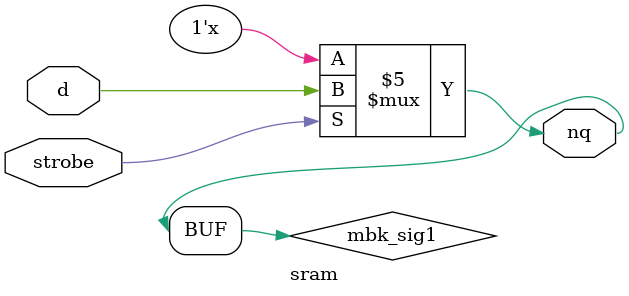
<source format=v>
module sram(d,nq,strobe);
	
	input d;
	input strobe;
	output wire nq;
	reg mbk_sig1=0;
	


	always @(d or strobe)
	begin
		if (strobe == 1)
			mbk_sig1 = d;

	end

	assign nq = mbk_sig1;

endmodule 

</source>
